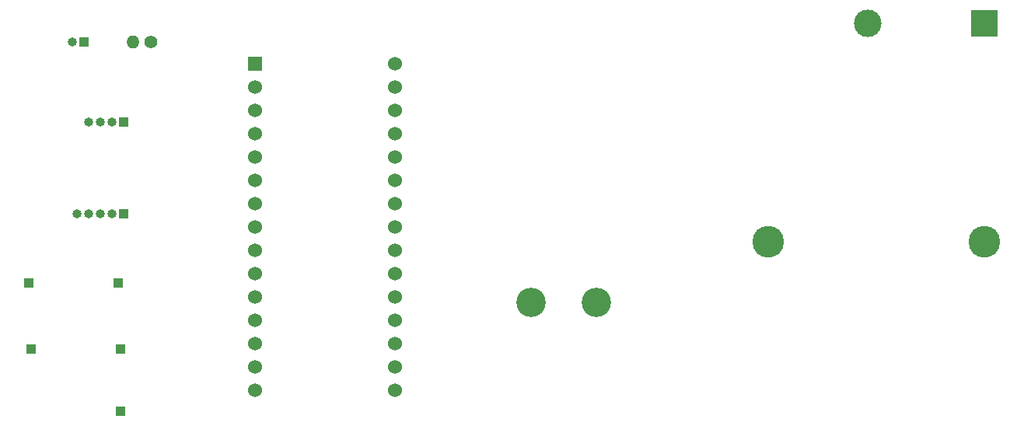
<source format=gbr>
%TF.GenerationSoftware,KiCad,Pcbnew,8.0.7*%
%TF.CreationDate,2024-12-21T06:43:57+05:30*%
%TF.ProjectId,hello,68656c6c-6f2e-46b6-9963-61645f706362,rev?*%
%TF.SameCoordinates,Original*%
%TF.FileFunction,Soldermask,Top*%
%TF.FilePolarity,Negative*%
%FSLAX46Y46*%
G04 Gerber Fmt 4.6, Leading zero omitted, Abs format (unit mm)*
G04 Created by KiCad (PCBNEW 8.0.7) date 2024-12-21 06:43:57*
%MOMM*%
%LPD*%
G01*
G04 APERTURE LIST*
%ADD10R,1.000000X1.000000*%
%ADD11O,1.000000X1.000000*%
%ADD12C,3.204000*%
%ADD13C,1.524000*%
%ADD14R,1.524000X1.524000*%
%ADD15C,1.400000*%
%ADD16O,1.400000X1.400000*%
%ADD17C,3.450000*%
%ADD18R,3.000000X3.000000*%
%ADD19C,3.000000*%
G04 APERTURE END LIST*
D10*
%TO.C,U2*%
X120060000Y-85500000D03*
D11*
X118790000Y-85500000D03*
X117520000Y-85500000D03*
X116250000Y-85500000D03*
%TD*%
D10*
%TO.C,R2*%
X115750000Y-76750000D03*
D11*
X114480000Y-76750000D03*
%TD*%
D10*
%TO.C,J3*%
X110000000Y-110250000D03*
%TD*%
%TO.C,J5*%
X109750000Y-103000000D03*
%TD*%
%TO.C,J2*%
X119750000Y-110250000D03*
%TD*%
D12*
%TO.C,SW1*%
X171556000Y-105143750D03*
X164444000Y-105143750D03*
%TD*%
D13*
%TO.C,U1*%
X149616000Y-79190000D03*
X149616000Y-81730000D03*
X149616000Y-84270000D03*
X149616000Y-86810000D03*
X149616000Y-89350000D03*
X149616000Y-91890000D03*
X149616000Y-94430000D03*
X149616000Y-96970000D03*
X149616000Y-99510000D03*
X149616000Y-102050000D03*
X149616000Y-104590000D03*
X149616000Y-107130000D03*
X149616000Y-109670000D03*
X149616000Y-112210000D03*
X149616000Y-114750000D03*
X134376000Y-114750000D03*
X134376000Y-112210000D03*
X134376000Y-109670000D03*
X134376000Y-107130000D03*
X134376000Y-104590000D03*
X134376000Y-102050000D03*
X134376000Y-99510000D03*
X134376000Y-96970000D03*
X134376000Y-94430000D03*
X134376000Y-91890000D03*
X134376000Y-89350000D03*
X134376000Y-86810000D03*
X134376000Y-84270000D03*
X134376000Y-81730000D03*
D14*
X134376000Y-79190000D03*
%TD*%
D10*
%TO.C,U3*%
X120025000Y-95525000D03*
D11*
X118755000Y-95525000D03*
X117485000Y-95525000D03*
X116215000Y-95525000D03*
X114945000Y-95525000D03*
%TD*%
D10*
%TO.C,J4*%
X119500000Y-103000000D03*
%TD*%
D15*
%TO.C,R1*%
X123000000Y-76750000D03*
D16*
X121100000Y-76750000D03*
%TD*%
D17*
%TO.C,BT1*%
X213750000Y-98500000D03*
X190250000Y-98500000D03*
D18*
X213750000Y-74780000D03*
D19*
X201050000Y-74780000D03*
%TD*%
D10*
%TO.C,J1*%
X119750000Y-117000000D03*
%TD*%
M02*

</source>
